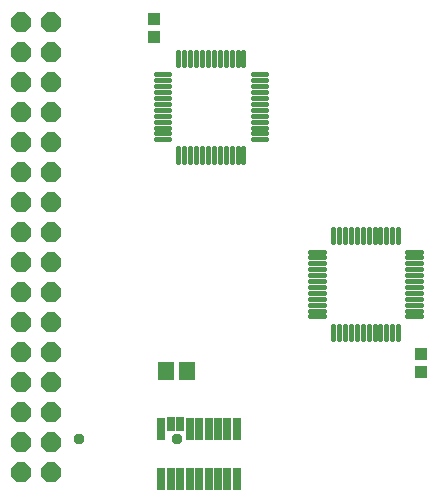
<source format=gbr>
G04 EAGLE Gerber RS-274X export*
G75*
%MOMM*%
%FSLAX34Y34*%
%LPD*%
%INSoldermask Top*%
%IPPOS*%
%AMOC8*
5,1,8,0,0,1.08239X$1,22.5*%
G01*
G04 Define Apertures*
%ADD10C,0.402400*%
%ADD11R,1.122600X1.073300*%
%ADD12R,1.317000X1.617700*%
%ADD13P,1.81452X8X112.5*%
%ADD14R,0.702400X1.952400*%
%ADD15R,0.702400X1.152400*%
%ADD16C,0.952400*%
D10*
X209500Y372250D02*
X209500Y383750D01*
X204500Y383750D02*
X204500Y372250D01*
X199500Y372250D02*
X199500Y383750D01*
X194500Y383750D02*
X194500Y372250D01*
X189500Y372250D02*
X189500Y383750D01*
X184500Y383750D02*
X184500Y372250D01*
X179500Y372250D02*
X179500Y383750D01*
X174500Y383750D02*
X174500Y372250D01*
X169500Y372250D02*
X169500Y383750D01*
X164500Y383750D02*
X164500Y372250D01*
X159500Y372250D02*
X159500Y383750D01*
X154500Y383750D02*
X154500Y372250D01*
X146750Y364500D02*
X135250Y364500D01*
X135250Y359500D02*
X146750Y359500D01*
X146750Y354500D02*
X135250Y354500D01*
X135250Y349500D02*
X146750Y349500D01*
X146750Y344500D02*
X135250Y344500D01*
X135250Y339500D02*
X146750Y339500D01*
X146750Y334500D02*
X135250Y334500D01*
X135250Y329500D02*
X146750Y329500D01*
X146750Y324500D02*
X135250Y324500D01*
X135250Y319500D02*
X146750Y319500D01*
X146750Y314500D02*
X135250Y314500D01*
X135250Y309500D02*
X146750Y309500D01*
X154500Y301750D02*
X154500Y290250D01*
X159500Y290250D02*
X159500Y301750D01*
X164500Y301750D02*
X164500Y290250D01*
X169500Y290250D02*
X169500Y301750D01*
X174500Y301750D02*
X174500Y290250D01*
X179500Y290250D02*
X179500Y301750D01*
X184500Y301750D02*
X184500Y290250D01*
X189500Y290250D02*
X189500Y301750D01*
X194500Y301750D02*
X194500Y290250D01*
X199500Y290250D02*
X199500Y301750D01*
X204500Y301750D02*
X204500Y290250D01*
X209500Y290250D02*
X209500Y301750D01*
X217250Y309500D02*
X228750Y309500D01*
X228750Y314500D02*
X217250Y314500D01*
X217250Y319500D02*
X228750Y319500D01*
X228750Y324500D02*
X217250Y324500D01*
X217250Y329500D02*
X228750Y329500D01*
X228750Y334500D02*
X217250Y334500D01*
X217250Y339500D02*
X228750Y339500D01*
X228750Y344500D02*
X217250Y344500D01*
X217250Y349500D02*
X228750Y349500D01*
X228750Y354500D02*
X217250Y354500D01*
X217250Y359500D02*
X228750Y359500D01*
X228750Y364500D02*
X217250Y364500D01*
D11*
X134000Y411746D03*
X134000Y396254D03*
D10*
X285500Y151750D02*
X285500Y140250D01*
X290500Y140250D02*
X290500Y151750D01*
X295500Y151750D02*
X295500Y140250D01*
X300500Y140250D02*
X300500Y151750D01*
X305500Y151750D02*
X305500Y140250D01*
X310500Y140250D02*
X310500Y151750D01*
X315500Y151750D02*
X315500Y140250D01*
X320500Y140250D02*
X320500Y151750D01*
X325500Y151750D02*
X325500Y140250D01*
X330500Y140250D02*
X330500Y151750D01*
X335500Y151750D02*
X335500Y140250D01*
X340500Y140250D02*
X340500Y151750D01*
X348250Y159500D02*
X359750Y159500D01*
X359750Y164500D02*
X348250Y164500D01*
X348250Y169500D02*
X359750Y169500D01*
X359750Y174500D02*
X348250Y174500D01*
X348250Y179500D02*
X359750Y179500D01*
X359750Y184500D02*
X348250Y184500D01*
X348250Y189500D02*
X359750Y189500D01*
X359750Y194500D02*
X348250Y194500D01*
X348250Y199500D02*
X359750Y199500D01*
X359750Y204500D02*
X348250Y204500D01*
X348250Y209500D02*
X359750Y209500D01*
X359750Y214500D02*
X348250Y214500D01*
X340500Y222250D02*
X340500Y233750D01*
X335500Y233750D02*
X335500Y222250D01*
X330500Y222250D02*
X330500Y233750D01*
X325500Y233750D02*
X325500Y222250D01*
X320500Y222250D02*
X320500Y233750D01*
X315500Y233750D02*
X315500Y222250D01*
X310500Y222250D02*
X310500Y233750D01*
X305500Y233750D02*
X305500Y222250D01*
X300500Y222250D02*
X300500Y233750D01*
X295500Y233750D02*
X295500Y222250D01*
X290500Y222250D02*
X290500Y233750D01*
X285500Y233750D02*
X285500Y222250D01*
X277750Y214500D02*
X266250Y214500D01*
X266250Y209500D02*
X277750Y209500D01*
X277750Y204500D02*
X266250Y204500D01*
X266250Y199500D02*
X277750Y199500D01*
X277750Y194500D02*
X266250Y194500D01*
X266250Y189500D02*
X277750Y189500D01*
X277750Y184500D02*
X266250Y184500D01*
X266250Y179500D02*
X277750Y179500D01*
X277750Y174500D02*
X266250Y174500D01*
X266250Y169500D02*
X277750Y169500D01*
X277750Y164500D02*
X266250Y164500D01*
X266250Y159500D02*
X277750Y159500D01*
D11*
X360000Y112254D03*
X360000Y127746D03*
D12*
X161754Y113000D03*
X144246Y113000D03*
D13*
X46700Y27500D03*
X21300Y27500D03*
X46700Y52900D03*
X21300Y52900D03*
X46700Y78300D03*
X21300Y78300D03*
X46700Y103700D03*
X21300Y103700D03*
X46700Y129100D03*
X21300Y129100D03*
X46700Y154500D03*
X21300Y154500D03*
X46700Y179900D03*
X21300Y179900D03*
X46700Y205300D03*
X21300Y205300D03*
X46700Y230700D03*
X21300Y230700D03*
X46700Y256100D03*
X21300Y256100D03*
X46700Y281500D03*
X21300Y281500D03*
X46700Y306900D03*
X21300Y306900D03*
X46700Y332300D03*
X21300Y332300D03*
X46700Y357700D03*
X21300Y357700D03*
X46700Y383100D03*
X21300Y383100D03*
X46700Y408500D03*
X21300Y408500D03*
D14*
X140000Y21500D03*
X140000Y64500D03*
X148000Y21500D03*
D15*
X148000Y68500D03*
D14*
X156000Y21500D03*
D15*
X156000Y68500D03*
D14*
X164000Y21500D03*
X164000Y64500D03*
X172000Y21500D03*
X172000Y64500D03*
X180000Y21500D03*
X180000Y64500D03*
X188000Y21500D03*
X188000Y64500D03*
X196000Y21500D03*
X196000Y64500D03*
X204000Y21500D03*
X204000Y64500D03*
D16*
X70000Y56000D03*
X153000Y56000D03*
M02*

</source>
